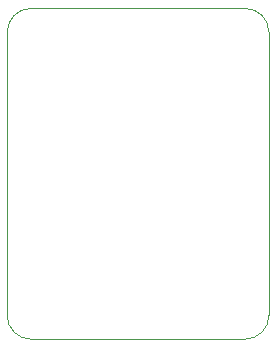
<source format=gbr>
%TF.GenerationSoftware,KiCad,Pcbnew,(6.0.5)*%
%TF.CreationDate,2022-07-28T20:15:56-06:00*%
%TF.ProjectId,sensor_board,73656e73-6f72-45f6-926f-6172642e6b69,rev?*%
%TF.SameCoordinates,Original*%
%TF.FileFunction,Profile,NP*%
%FSLAX46Y46*%
G04 Gerber Fmt 4.6, Leading zero omitted, Abs format (unit mm)*
G04 Created by KiCad (PCBNEW (6.0.5)) date 2022-07-28 20:15:56*
%MOMM*%
%LPD*%
G01*
G04 APERTURE LIST*
%TA.AperFunction,Profile*%
%ADD10C,0.100000*%
%TD*%
G04 APERTURE END LIST*
D10*
X137000000Y-121740000D02*
X118840000Y-121740000D01*
X116840000Y-119740000D02*
G75*
G03*
X118840000Y-121740000I2000000J0D01*
G01*
X137000000Y-93740000D02*
X118850000Y-93740000D01*
X116840000Y-119740000D02*
X116850000Y-95740000D01*
X139000000Y-119740000D02*
X139000000Y-95740000D01*
X139000000Y-95740000D02*
G75*
G03*
X137000000Y-93740000I-2000000J0D01*
G01*
X137000000Y-121740000D02*
G75*
G03*
X139000000Y-119740000I0J2000000D01*
G01*
X118850000Y-93740000D02*
G75*
G03*
X116850000Y-95740000I0J-2000000D01*
G01*
M02*

</source>
